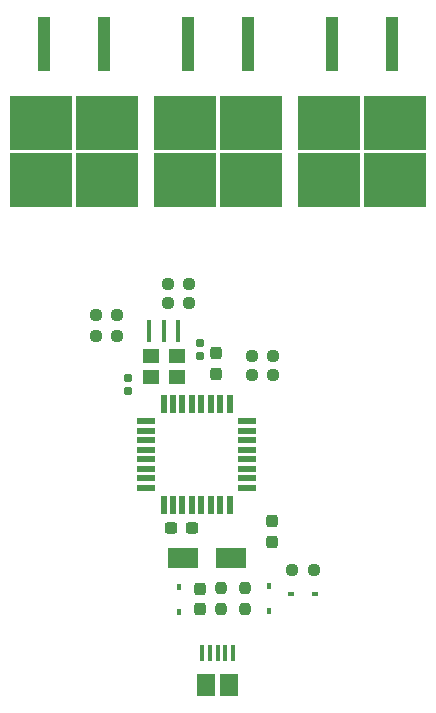
<source format=gtp>
G04 #@! TF.GenerationSoftware,KiCad,Pcbnew,(6.0.10)*
G04 #@! TF.CreationDate,2023-08-15T16:43:45+01:00*
G04 #@! TF.ProjectId,BlinkStickAdvanced,426c696e-6b53-4746-9963-6b416476616e,1.4*
G04 #@! TF.SameCoordinates,Original*
G04 #@! TF.FileFunction,Paste,Top*
G04 #@! TF.FilePolarity,Positive*
%FSLAX46Y46*%
G04 Gerber Fmt 4.6, Leading zero omitted, Abs format (unit mm)*
G04 Created by KiCad (PCBNEW (6.0.10)) date 2023-08-15 16:43:45*
%MOMM*%
%LPD*%
G01*
G04 APERTURE LIST*
G04 Aperture macros list*
%AMRoundRect*
0 Rectangle with rounded corners*
0 $1 Rounding radius*
0 $2 $3 $4 $5 $6 $7 $8 $9 X,Y pos of 4 corners*
0 Add a 4 corners polygon primitive as box body*
4,1,4,$2,$3,$4,$5,$6,$7,$8,$9,$2,$3,0*
0 Add four circle primitives for the rounded corners*
1,1,$1+$1,$2,$3*
1,1,$1+$1,$4,$5*
1,1,$1+$1,$6,$7*
1,1,$1+$1,$8,$9*
0 Add four rect primitives between the rounded corners*
20,1,$1+$1,$2,$3,$4,$5,0*
20,1,$1+$1,$4,$5,$6,$7,0*
20,1,$1+$1,$6,$7,$8,$9,0*
20,1,$1+$1,$8,$9,$2,$3,0*%
G04 Aperture macros list end*
%ADD10R,0.450000X0.600000*%
%ADD11R,1.500000X1.900000*%
%ADD12R,0.400000X1.350000*%
%ADD13RoundRect,0.237500X-0.250000X-0.237500X0.250000X-0.237500X0.250000X0.237500X-0.250000X0.237500X0*%
%ADD14R,1.400000X1.200000*%
%ADD15RoundRect,0.237500X-0.237500X0.300000X-0.237500X-0.300000X0.237500X-0.300000X0.237500X0.300000X0*%
%ADD16R,1.100000X4.600000*%
%ADD17R,5.250000X4.550000*%
%ADD18RoundRect,0.237500X0.237500X-0.250000X0.237500X0.250000X-0.237500X0.250000X-0.237500X-0.250000X0*%
%ADD19RoundRect,0.237500X-0.237500X0.250000X-0.237500X-0.250000X0.237500X-0.250000X0.237500X0.250000X0*%
%ADD20R,0.400000X1.900000*%
%ADD21RoundRect,0.237500X0.250000X0.237500X-0.250000X0.237500X-0.250000X-0.237500X0.250000X-0.237500X0*%
%ADD22R,1.600000X0.550000*%
%ADD23R,0.550000X1.600000*%
%ADD24RoundRect,0.237500X0.237500X-0.300000X0.237500X0.300000X-0.237500X0.300000X-0.237500X-0.300000X0*%
%ADD25RoundRect,0.237500X0.300000X0.237500X-0.300000X0.237500X-0.300000X-0.237500X0.300000X-0.237500X0*%
%ADD26R,2.500000X1.800000*%
%ADD27RoundRect,0.155000X0.155000X-0.212500X0.155000X0.212500X-0.155000X0.212500X-0.155000X-0.212500X0*%
%ADD28R,0.600000X0.450000*%
%ADD29RoundRect,0.155000X-0.155000X0.212500X-0.155000X-0.212500X0.155000X-0.212500X0.155000X0.212500X0*%
G04 APERTURE END LIST*
D10*
X61536750Y-85735500D03*
X61536750Y-83635500D03*
D11*
X58156000Y-91974300D03*
X56156000Y-91974300D03*
D12*
X58456000Y-89274300D03*
X57806000Y-89274300D03*
X57156000Y-89274300D03*
X56506000Y-89274300D03*
X55856000Y-89274300D03*
D13*
X60047500Y-65786000D03*
X61872500Y-65786000D03*
X46839500Y-60706000D03*
X48664500Y-60706000D03*
D14*
X51478000Y-64174000D03*
X53678000Y-64174000D03*
X53678000Y-65874000D03*
X51478000Y-65874000D03*
D15*
X61722000Y-79856500D03*
X61722000Y-78131500D03*
D16*
X66852800Y-37687600D03*
X71932800Y-37687600D03*
D17*
X66617800Y-44412600D03*
X72167800Y-49262600D03*
X72167800Y-44412600D03*
X66617800Y-49262600D03*
D13*
X60025000Y-64135000D03*
X61850000Y-64135000D03*
D18*
X57472750Y-85598000D03*
X57472750Y-83773000D03*
D19*
X59504750Y-83773000D03*
X59504750Y-85598000D03*
D20*
X51378000Y-62007000D03*
X52578000Y-62007000D03*
X53778000Y-62007000D03*
D21*
X65301500Y-82296000D03*
X63476500Y-82296000D03*
D16*
X54660800Y-37687600D03*
X59740800Y-37687600D03*
D17*
X59975800Y-44412600D03*
X54425800Y-44412600D03*
X54425800Y-49262600D03*
X59975800Y-49262600D03*
D13*
X52935500Y-58039000D03*
X54760500Y-58039000D03*
D15*
X56997600Y-63907500D03*
X56997600Y-65632500D03*
D22*
X59628000Y-69680000D03*
X59628000Y-70480000D03*
X59628000Y-71280000D03*
X59628000Y-72080000D03*
X59628000Y-72880000D03*
X59628000Y-73680000D03*
X59628000Y-74480000D03*
X59628000Y-75280000D03*
D23*
X58178000Y-76730000D03*
X57378000Y-76730000D03*
X56578000Y-76730000D03*
X55778000Y-76730000D03*
X54978000Y-76730000D03*
X54178000Y-76730000D03*
X53378000Y-76730000D03*
X52578000Y-76730000D03*
D22*
X51128000Y-75280000D03*
X51128000Y-74480000D03*
X51128000Y-73680000D03*
X51128000Y-72880000D03*
X51128000Y-72080000D03*
X51128000Y-71280000D03*
X51128000Y-70480000D03*
X51128000Y-69680000D03*
D23*
X52578000Y-68230000D03*
X53378000Y-68230000D03*
X54178000Y-68230000D03*
X54978000Y-68230000D03*
X55778000Y-68230000D03*
X56578000Y-68230000D03*
X57378000Y-68230000D03*
X58178000Y-68230000D03*
D13*
X52935500Y-59690000D03*
X54760500Y-59690000D03*
D10*
X53848000Y-85785500D03*
X53848000Y-83685500D03*
D24*
X55694750Y-85548000D03*
X55694750Y-83823000D03*
D13*
X46839500Y-62484000D03*
X48664500Y-62484000D03*
D25*
X54964500Y-78740000D03*
X53239500Y-78740000D03*
D16*
X42468800Y-37687600D03*
X47548800Y-37687600D03*
D17*
X47783800Y-49262600D03*
X42233800Y-49262600D03*
X42233800Y-44412600D03*
X47783800Y-44412600D03*
D26*
X58261000Y-81280000D03*
X54261000Y-81280000D03*
D27*
X49530000Y-65980500D03*
X49530000Y-67115500D03*
D28*
X63339000Y-84328000D03*
X65439000Y-84328000D03*
D29*
X55626000Y-64174000D03*
X55626000Y-63039000D03*
M02*

</source>
